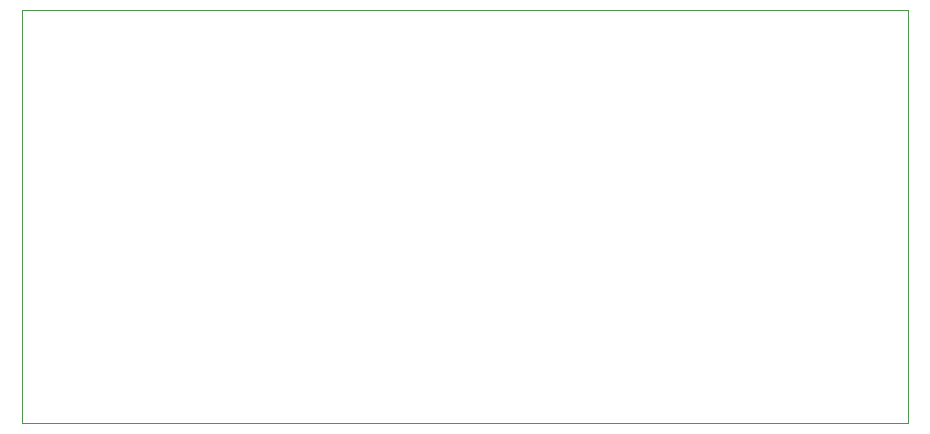
<source format=gbr>
%TF.GenerationSoftware,KiCad,Pcbnew,9.0.0*%
%TF.CreationDate,2025-07-25T12:15:42+02:00*%
%TF.ProjectId,Spruzzatore,53707275-7a7a-4617-946f-72652e6b6963,rev?*%
%TF.SameCoordinates,Original*%
%TF.FileFunction,Profile,NP*%
%FSLAX46Y46*%
G04 Gerber Fmt 4.6, Leading zero omitted, Abs format (unit mm)*
G04 Created by KiCad (PCBNEW 9.0.0) date 2025-07-25 12:15:42*
%MOMM*%
%LPD*%
G01*
G04 APERTURE LIST*
%TA.AperFunction,Profile*%
%ADD10C,0.038100*%
%TD*%
G04 APERTURE END LIST*
D10*
X110680000Y-76510000D02*
X185680000Y-76510000D01*
X185680000Y-111510000D01*
X110680000Y-111510000D01*
X110680000Y-76510000D01*
M02*

</source>
